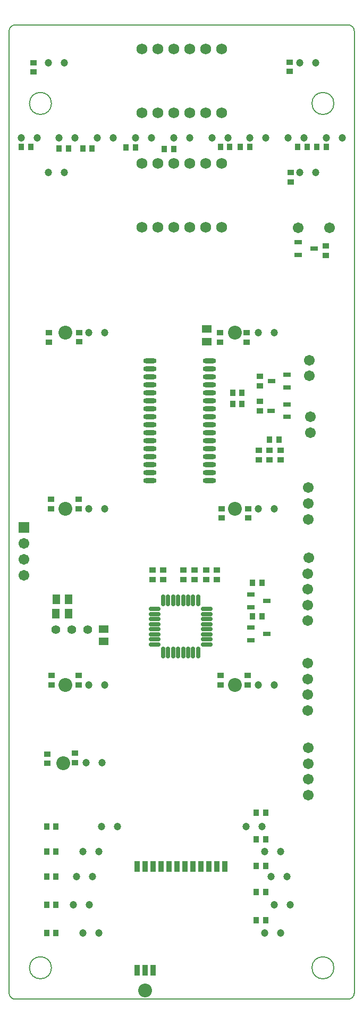
<source format=gbs>
%FSLAX25Y25*%
%MOIN*%
G70*
G01*
G75*
G04 Layer_Color=16711935*
%ADD10R,0.07874X0.07874*%
%ADD11R,0.02756X0.03347*%
%ADD12R,0.03347X0.02756*%
%ADD13R,0.03937X0.02362*%
%ADD14O,0.07480X0.02362*%
%ADD15O,0.03543X0.01969*%
%ADD16O,0.03543X0.01969*%
%ADD17R,0.03543X0.01969*%
%ADD18R,0.05118X0.03937*%
%ADD19C,0.04000*%
%ADD20C,0.01200*%
%ADD21C,0.01000*%
%ADD22C,0.01500*%
%ADD23C,0.03000*%
%ADD24C,0.02000*%
%ADD25C,0.05000*%
%ADD26C,0.00800*%
%ADD27C,0.00500*%
%ADD28C,0.07874*%
%ADD29C,0.03937*%
%ADD30C,0.05906*%
%ADD31C,0.06000*%
%ADD32C,0.04724*%
%ADD33R,0.05906X0.05906*%
%ADD34C,0.03000*%
%ADD35C,0.02000*%
%ADD36C,0.04000*%
%ADD37O,0.06693X0.02165*%
%ADD38O,0.02165X0.06693*%
%ADD39R,0.03000X0.06000*%
%ADD40R,0.03937X0.05118*%
%ADD41C,0.00984*%
%ADD42C,0.02362*%
%ADD43C,0.00787*%
%ADD44C,0.00500*%
%ADD45R,0.08674X0.08674*%
%ADD46R,0.03556X0.04147*%
%ADD47R,0.04147X0.03556*%
%ADD48R,0.04737X0.03162*%
%ADD49O,0.08280X0.03162*%
%ADD50O,0.04343X0.02769*%
%ADD51O,0.04343X0.02769*%
%ADD52R,0.04343X0.02769*%
%ADD53R,0.05918X0.04737*%
%ADD54C,0.08674*%
%ADD55C,0.04737*%
%ADD56C,0.06706*%
%ADD57C,0.06800*%
%ADD58C,0.05524*%
%ADD59R,0.06706X0.06706*%
%ADD60O,0.07493X0.02965*%
%ADD61O,0.02965X0.07493*%
%ADD62R,0.03800X0.06800*%
%ADD63R,0.04737X0.05918*%
D27*
X212598Y-610236D02*
G03*
X216535Y-606299I0J3937D01*
G01*
X0D02*
G03*
X3937Y-610236I3937J0D01*
G01*
X216535Y-3937D02*
G03*
X212598Y0I-3937J0D01*
G01*
X3937D02*
G03*
X0Y-3937I0J-3937D01*
G01*
X203740Y-590551D02*
G03*
X203740Y-590551I-6890J0D01*
G01*
X26575D02*
G03*
X26575Y-590551I-6890J0D01*
G01*
X203740Y-49213D02*
G03*
X203740Y-49213I-6890J0D01*
G01*
X26575D02*
G03*
X26575Y-49213I-6890J0D01*
G01*
X3937Y0D02*
X212500D01*
X0Y-606299D02*
Y-3937D01*
X216535Y-606265D02*
Y-4035D01*
X3937Y-610236D02*
X212564D01*
D46*
X160900Y-493300D02*
D03*
X154994D02*
D03*
X160900Y-526800D02*
D03*
X154994D02*
D03*
X160900Y-510100D02*
D03*
X154994D02*
D03*
X146118Y-237300D02*
D03*
X140213D02*
D03*
X146118Y-230500D02*
D03*
X140213D02*
D03*
X169265Y-259800D02*
D03*
X163360D02*
D03*
X160900Y-560700D02*
D03*
X154994D02*
D03*
X160900Y-543100D02*
D03*
X154994D02*
D03*
X7600Y-76300D02*
D03*
X13506D02*
D03*
X103200Y-77700D02*
D03*
X97294D02*
D03*
X132500Y-76400D02*
D03*
X138406D02*
D03*
X79200Y-76800D02*
D03*
X73294D02*
D03*
X199000Y-76300D02*
D03*
X193094D02*
D03*
X181000D02*
D03*
X186906D02*
D03*
X52100Y-77400D02*
D03*
X46194D02*
D03*
X151000Y-76300D02*
D03*
X145094D02*
D03*
X31300Y-77400D02*
D03*
X37206D02*
D03*
X29400Y-551200D02*
D03*
X23494D02*
D03*
X29400Y-533500D02*
D03*
X23494D02*
D03*
X29400Y-517700D02*
D03*
X23494D02*
D03*
X29400Y-502100D02*
D03*
X23494D02*
D03*
X29400Y-568900D02*
D03*
X23494D02*
D03*
X158700Y-349400D02*
D03*
X152794D02*
D03*
X158700Y-370400D02*
D03*
X152794D02*
D03*
D47*
X133200Y-303000D02*
D03*
Y-308906D02*
D03*
X150000Y-303000D02*
D03*
Y-308906D02*
D03*
X90100Y-341394D02*
D03*
Y-347300D02*
D03*
X96565D02*
D03*
Y-341394D02*
D03*
X109200Y-347300D02*
D03*
Y-341394D02*
D03*
X26700Y-413406D02*
D03*
Y-407500D02*
D03*
X43500Y-413400D02*
D03*
Y-407494D02*
D03*
X149800Y-413306D02*
D03*
Y-407400D02*
D03*
X26400Y-303106D02*
D03*
Y-297200D02*
D03*
X43600Y-303106D02*
D03*
Y-297200D02*
D03*
X25000Y-192894D02*
D03*
Y-198800D02*
D03*
X44100Y-192600D02*
D03*
Y-198506D02*
D03*
X132300Y-192894D02*
D03*
Y-198800D02*
D03*
X149100Y-192894D02*
D03*
Y-198800D02*
D03*
X198500Y-144400D02*
D03*
Y-138494D02*
D03*
X176600Y-92500D02*
D03*
Y-98406D02*
D03*
X15400Y-23600D02*
D03*
Y-29506D02*
D03*
X176000Y-23300D02*
D03*
Y-29206D02*
D03*
X116400Y-341394D02*
D03*
Y-347300D02*
D03*
X130200Y-341394D02*
D03*
Y-347300D02*
D03*
X123500Y-341394D02*
D03*
Y-347300D02*
D03*
X23900Y-462506D02*
D03*
Y-456600D02*
D03*
X157400Y-220100D02*
D03*
Y-226006D02*
D03*
Y-241600D02*
D03*
Y-235694D02*
D03*
X41400Y-462100D02*
D03*
Y-456194D02*
D03*
X163365Y-272306D02*
D03*
Y-266400D02*
D03*
X170265D02*
D03*
Y-272306D02*
D03*
X156500Y-266400D02*
D03*
Y-272306D02*
D03*
X132700Y-413406D02*
D03*
Y-407500D02*
D03*
D48*
X174400Y-226974D02*
D03*
X164557Y-223037D02*
D03*
X174400Y-219100D02*
D03*
X174243Y-245574D02*
D03*
X164400Y-241637D02*
D03*
X174243Y-237700D02*
D03*
X181400Y-136226D02*
D03*
X191243Y-140163D02*
D03*
X181400Y-144100D02*
D03*
X151800Y-364700D02*
D03*
X161643Y-360763D02*
D03*
X151800Y-356826D02*
D03*
Y-385300D02*
D03*
X161643Y-381363D02*
D03*
X151800Y-377426D02*
D03*
D49*
X88201Y-285500D02*
D03*
Y-280500D02*
D03*
Y-275500D02*
D03*
Y-270500D02*
D03*
Y-265500D02*
D03*
Y-260500D02*
D03*
Y-255500D02*
D03*
Y-250500D02*
D03*
Y-245500D02*
D03*
Y-240500D02*
D03*
Y-235500D02*
D03*
Y-230500D02*
D03*
Y-225500D02*
D03*
Y-220500D02*
D03*
Y-215500D02*
D03*
Y-210500D02*
D03*
X125799Y-285500D02*
D03*
Y-280500D02*
D03*
Y-275500D02*
D03*
Y-270500D02*
D03*
Y-265500D02*
D03*
Y-260500D02*
D03*
Y-255500D02*
D03*
Y-250500D02*
D03*
Y-245500D02*
D03*
Y-240500D02*
D03*
Y-235500D02*
D03*
Y-230500D02*
D03*
Y-225500D02*
D03*
Y-220500D02*
D03*
Y-215500D02*
D03*
Y-210500D02*
D03*
D53*
X123900Y-190426D02*
D03*
Y-198300D02*
D03*
X59400Y-378300D02*
D03*
Y-386174D02*
D03*
D54*
X141732Y-303150D02*
D03*
Y-413386D02*
D03*
X33915Y-462400D02*
D03*
X35433Y-413386D02*
D03*
Y-303150D02*
D03*
Y-192913D02*
D03*
X141732D02*
D03*
X85300Y-604800D02*
D03*
D55*
X166417Y-303150D02*
D03*
X156417D02*
D03*
X58200Y-462000D02*
D03*
X48200D02*
D03*
X60118Y-413386D02*
D03*
X50118D02*
D03*
X60118Y-303150D02*
D03*
X50118D02*
D03*
X60118Y-192913D02*
D03*
X50118D02*
D03*
X166417D02*
D03*
X156417D02*
D03*
X192283Y-92520D02*
D03*
X182283D02*
D03*
X192283Y-23622D02*
D03*
X182283D02*
D03*
X34528D02*
D03*
X24528D02*
D03*
X34528Y-92520D02*
D03*
X24528D02*
D03*
X166417Y-413386D02*
D03*
X156417D02*
D03*
X174291Y-533500D02*
D03*
X164291D02*
D03*
X170354Y-517717D02*
D03*
X160354D02*
D03*
X158543Y-501968D02*
D03*
X148543D02*
D03*
X46181Y-568898D02*
D03*
X56181D02*
D03*
X40276Y-551181D02*
D03*
X50276D02*
D03*
X42244Y-533465D02*
D03*
X52244D02*
D03*
X46181Y-517717D02*
D03*
X56181D02*
D03*
X57992Y-501968D02*
D03*
X67992D02*
D03*
X176260Y-551181D02*
D03*
X166260D02*
D03*
X170354Y-568898D02*
D03*
X160354D02*
D03*
X31457Y-70866D02*
D03*
X41457D02*
D03*
X151142Y-70866D02*
D03*
X161142D02*
D03*
X55394Y-70866D02*
D03*
X65394D02*
D03*
X175079Y-70866D02*
D03*
X185079D02*
D03*
X199016Y-70803D02*
D03*
X209016D02*
D03*
X127205Y-70866D02*
D03*
X137205D02*
D03*
X103268D02*
D03*
X113268D02*
D03*
X79331D02*
D03*
X89331D02*
D03*
X7520Y-70866D02*
D03*
X17520D02*
D03*
D56*
X181300Y-127200D02*
D03*
X200985D02*
D03*
X187400Y-343672D02*
D03*
Y-363357D02*
D03*
Y-373200D02*
D03*
Y-353515D02*
D03*
X187900Y-333830D02*
D03*
X187400Y-399772D02*
D03*
Y-419457D02*
D03*
Y-429300D02*
D03*
Y-409615D02*
D03*
X187500Y-452772D02*
D03*
Y-472457D02*
D03*
Y-482300D02*
D03*
Y-462615D02*
D03*
X187600Y-289915D02*
D03*
Y-309600D02*
D03*
Y-299757D02*
D03*
X188900Y-255400D02*
D03*
Y-245557D02*
D03*
X188200Y-219800D02*
D03*
Y-209957D02*
D03*
X9400Y-324600D02*
D03*
Y-334600D02*
D03*
Y-344600D02*
D03*
D57*
X83268Y-126700D02*
D03*
X93268D02*
D03*
X103268D02*
D03*
X113268D02*
D03*
X123268D02*
D03*
X133268D02*
D03*
Y-86700D02*
D03*
X123268D02*
D03*
X113268D02*
D03*
X103268D02*
D03*
X93268D02*
D03*
X83268D02*
D03*
X83300Y-15100D02*
D03*
X93300D02*
D03*
X103300D02*
D03*
X113300D02*
D03*
X123300D02*
D03*
X133300D02*
D03*
Y-55100D02*
D03*
X123300D02*
D03*
X113300D02*
D03*
X103300D02*
D03*
X93300D02*
D03*
X83300D02*
D03*
D58*
X29400Y-378700D02*
D03*
X39400D02*
D03*
X49400D02*
D03*
D59*
X9400Y-314600D02*
D03*
D60*
X91261Y-365876D02*
D03*
Y-369026D02*
D03*
Y-372176D02*
D03*
Y-375325D02*
D03*
Y-378475D02*
D03*
Y-381624D02*
D03*
Y-384774D02*
D03*
Y-387924D02*
D03*
X123939D02*
D03*
Y-384774D02*
D03*
Y-381624D02*
D03*
Y-378475D02*
D03*
Y-375325D02*
D03*
Y-372176D02*
D03*
Y-369026D02*
D03*
Y-365876D02*
D03*
D61*
X96576Y-393239D02*
D03*
X99726D02*
D03*
X102876D02*
D03*
X106025D02*
D03*
X109175D02*
D03*
X112324D02*
D03*
X115474D02*
D03*
X118624D02*
D03*
Y-360561D02*
D03*
X115474D02*
D03*
X112324D02*
D03*
X109175D02*
D03*
X106025D02*
D03*
X102876D02*
D03*
X99726D02*
D03*
X96576D02*
D03*
D62*
X90200Y-592061D02*
D03*
X80200D02*
D03*
X85200D02*
D03*
X130200Y-527100D02*
D03*
X135200D02*
D03*
X120200D02*
D03*
X125200D02*
D03*
X110200D02*
D03*
X115200D02*
D03*
X100200D02*
D03*
X105200D02*
D03*
X90200D02*
D03*
X95200D02*
D03*
X85200D02*
D03*
X80200D02*
D03*
D63*
X37300Y-368700D02*
D03*
X29426D02*
D03*
X37474Y-359600D02*
D03*
X29600D02*
D03*
M02*

</source>
